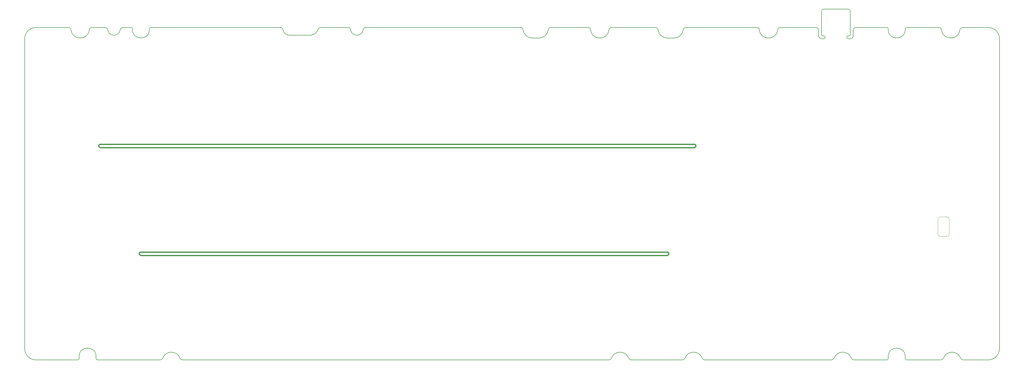
<source format=gbr>
%TF.GenerationSoftware,KiCad,Pcbnew,(6.0.6)*%
%TF.CreationDate,2022-09-06T18:10:04+07:00*%
%TF.ProjectId,solderCurved,736f6c64-6572-4437-9572-7665642e6b69,rev?*%
%TF.SameCoordinates,Original*%
%TF.FileFunction,Profile,NP*%
%FSLAX46Y46*%
G04 Gerber Fmt 4.6, Leading zero omitted, Abs format (unit mm)*
G04 Created by KiCad (PCBNEW (6.0.6)) date 2022-09-06 18:10:04*
%MOMM*%
%LPD*%
G01*
G04 APERTURE LIST*
%TA.AperFunction,Profile*%
%ADD10C,0.200000*%
%TD*%
%TA.AperFunction,Profile*%
%ADD11C,0.400000*%
%TD*%
%TA.AperFunction,Profile*%
%ADD12C,0.050000*%
%TD*%
G04 APERTURE END LIST*
D10*
X16125951Y-19404500D02*
X16125951Y-128799500D01*
X360125951Y-128799500D02*
X360125950Y-19315500D01*
X16125950Y-128799500D02*
G75*
G03*
X20125951Y-132799500I3999730J-270D01*
G01*
X307840988Y-132152325D02*
G75*
G03*
X301759011Y-132152326I-3040988J-1146675D01*
G01*
X229267262Y-132151132D02*
G75*
G03*
X230203373Y-132799500I936138J351632D01*
G01*
X222249737Y-132794595D02*
G75*
G03*
X223185290Y-132147408I-137J999995D01*
G01*
X346416007Y-132152318D02*
G75*
G03*
X347351677Y-132799501I935693J352818D01*
G01*
X347351677Y-132799499D02*
X356125950Y-132799500D01*
X356125950Y-132799551D02*
G75*
G03*
X360125951Y-128799500I250J3999751D01*
G01*
X300823321Y-132799520D02*
G75*
G03*
X301759010Y-132152326I-21J1000020D01*
G01*
X256166677Y-132799501D02*
X300823321Y-132799500D01*
X327350020Y-132799500D02*
X339398321Y-132799500D01*
X41825020Y-132799500D02*
X63896450Y-132799500D01*
X70913673Y-132152123D02*
G75*
G03*
X64832215Y-132152123I-3040729J-1145833D01*
G01*
X70913639Y-132152136D02*
G75*
G03*
X71849438Y-132799500I935761J352636D01*
G01*
X71849438Y-132799499D02*
X222249737Y-132794617D01*
X339398321Y-132799520D02*
G75*
G03*
X340334010Y-132152326I-21J1000020D01*
G01*
X346415988Y-132152325D02*
G75*
G03*
X340334011Y-132152326I-3040988J-1146675D01*
G01*
X229267306Y-132151115D02*
G75*
G03*
X223185289Y-132147409I-3041706J-1142585D01*
G01*
X307841007Y-132152318D02*
G75*
G03*
X308776677Y-132799501I935693J352818D01*
G01*
X63896450Y-132799546D02*
G75*
G03*
X64832215Y-132152123I-50J1000046D01*
G01*
X309498949Y-15315549D02*
G75*
G03*
X308498949Y-16315500I-49J-999951D01*
G01*
X308498949Y-18312510D02*
X308498949Y-16315500D01*
X326850020Y-131600019D02*
X326850020Y-132299500D01*
X54150020Y-16037520D02*
G75*
G03*
X60150020Y-16037520I3000000J0D01*
G01*
X60650020Y-15315519D02*
G75*
G03*
X60150019Y-15815499I-20J-499981D01*
G01*
X326850000Y-132299500D02*
G75*
G03*
X327350020Y-132799500I500000J0D01*
G01*
X35325020Y-131600019D02*
X35325020Y-132299501D01*
X41325000Y-132299500D02*
G75*
G03*
X41825020Y-132799500I500000J0D01*
G01*
X54150020Y-16037520D02*
X54150020Y-15815500D01*
X34825019Y-132799520D02*
G75*
G03*
X35325020Y-132299501I-19J500020D01*
G01*
X41325020Y-131600019D02*
X41325020Y-132299500D01*
X41325020Y-131600019D02*
G75*
G03*
X35325020Y-131600019I-3000000J0D01*
G01*
X320850020Y-131600019D02*
X320850020Y-132299500D01*
X320350020Y-132799520D02*
G75*
G03*
X320850020Y-132299500I-20J500020D01*
G01*
X326850020Y-131600019D02*
G75*
G03*
X320850020Y-131600019I-3000000J0D01*
G01*
X54150000Y-15815500D02*
G75*
G03*
X53650020Y-15315500I-500000J0D01*
G01*
X60150020Y-15815500D02*
X60150020Y-16037520D01*
X327349158Y-15315500D02*
X338679478Y-15315501D01*
X320350020Y-132799500D02*
X308776677Y-132799500D01*
X34825019Y-132799500D02*
X20125951Y-132799500D01*
X320850001Y-15815498D02*
G75*
G03*
X320349157Y-15315500I-500001J-2D01*
G01*
X327349158Y-15315520D02*
G75*
G03*
X326850019Y-15815499I842J-499980D01*
G01*
X320849980Y-16037519D02*
G75*
G03*
X326850020Y-16037520I3000020J19D01*
G01*
X326850019Y-15815499D02*
X326850020Y-16037520D01*
X320850020Y-16037519D02*
X320850019Y-15815498D01*
X360125999Y-19315500D02*
G75*
G03*
X356125950Y-15315501I-3999799J200D01*
G01*
X347067514Y-15316751D02*
G75*
G03*
X346127477Y-16197766I52986J-998549D01*
G01*
X339672540Y-16197927D02*
G75*
G03*
X346127479Y-16197765I3227460J382127D01*
G01*
X339672563Y-16197924D02*
G75*
G03*
X338679478Y-15315501I-993063J-117576D01*
G01*
X307498949Y-19312549D02*
G75*
G03*
X308498949Y-18312510I-49J1000049D01*
G01*
X245271448Y-19065801D02*
X242887200Y-19065802D01*
X45402908Y-16161744D02*
G75*
G03*
X44414776Y-15315501I-988108J-153756D01*
G01*
X197646148Y-19065848D02*
G75*
G03*
X200873606Y-16197924I-48J3250048D01*
G01*
X215848672Y-16197924D02*
G75*
G03*
X222303588Y-16197924I3227458J379081D01*
G01*
X130143600Y-15315501D02*
X120666189Y-15315500D01*
X309498949Y-15315500D02*
X320349157Y-15315500D01*
X60650020Y-15315500D02*
X106325844Y-15315500D01*
X282828210Y-15315510D02*
G75*
G03*
X281835146Y-16197924I-10J-999990D01*
G01*
X31498636Y-15315584D02*
X20214941Y-15316500D01*
X249491969Y-15315469D02*
G75*
G03*
X248498905Y-16197924I31J-1000031D01*
G01*
X192034442Y-16197924D02*
G75*
G03*
X195261900Y-19065801I3227458J382124D01*
G01*
X223296651Y-15315451D02*
G75*
G03*
X222303587Y-16197924I49J-1000049D01*
G01*
X296338950Y-18312510D02*
X296338950Y-16315500D01*
X347067511Y-15316697D02*
X356125950Y-15315501D01*
X197646148Y-19065801D02*
X195261900Y-19065802D01*
X45402883Y-16161748D02*
G75*
G03*
X49849378Y-16161746I2223247J345948D01*
G01*
X39939750Y-15315450D02*
G75*
G03*
X38946686Y-16197924I50J-1000050D01*
G01*
X275380231Y-16197924D02*
G75*
G03*
X281835147Y-16197924I3227458J382124D01*
G01*
X245271448Y-19065848D02*
G75*
G03*
X248498906Y-16197924I-48J3250048D01*
G01*
X215848663Y-16197925D02*
G75*
G03*
X214855609Y-15315501I-993063J-117575D01*
G01*
X192034464Y-16197921D02*
G75*
G03*
X191041378Y-15315500I-993064J-117579D01*
G01*
X116689946Y-18065569D02*
G75*
G03*
X119730524Y-15962614I-46J3249669D01*
G01*
X275380263Y-16197920D02*
G75*
G03*
X274387167Y-15315500I-993063J-117580D01*
G01*
X274387167Y-15315500D02*
X249491969Y-15315500D01*
X32491775Y-16197988D02*
G75*
G03*
X31498637Y-15315585I-993075J-117612D01*
G01*
X20214941Y-15316502D02*
G75*
G03*
X16125951Y-19404500I-88611J-4000358D01*
G01*
X131132063Y-16164038D02*
G75*
G03*
X130143601Y-15315500I-988463J-151462D01*
G01*
X107313953Y-16161748D02*
G75*
G03*
X109537200Y-18065802I2223247J345948D01*
G01*
X44414774Y-15315501D02*
X39939750Y-15315500D01*
X136558659Y-15315459D02*
G75*
G03*
X135570196Y-16164037I41J-1000041D01*
G01*
X107313910Y-16161755D02*
G75*
G03*
X106325846Y-15315500I-988110J-153745D01*
G01*
X32491780Y-16197988D02*
G75*
G03*
X38946688Y-16197923I3227450J382188D01*
G01*
X238666678Y-15315500D02*
X223296651Y-15315500D01*
X131132007Y-16164047D02*
G75*
G03*
X135570195Y-16164037I2219093J340047D01*
G01*
X120666189Y-15315490D02*
G75*
G03*
X119730523Y-15962614I11J-1000010D01*
G01*
X201866669Y-15315469D02*
G75*
G03*
X200873605Y-16197924I31J-1000031D01*
G01*
X116689946Y-18065501D02*
X109537198Y-18065802D01*
X282828210Y-15315500D02*
X295338950Y-15315500D01*
X136558659Y-15315500D02*
X191041378Y-15315500D01*
X239659742Y-16197924D02*
G75*
G03*
X242887200Y-19065801I3227458J382124D01*
G01*
X296339000Y-16315500D02*
G75*
G03*
X295338950Y-15315500I-1000000J0D01*
G01*
X239659764Y-16197921D02*
G75*
G03*
X238666678Y-15315500I-993064J-117579D01*
G01*
X214855609Y-15315501D02*
X201866669Y-15315500D01*
X50837485Y-15315485D02*
G75*
G03*
X49849376Y-16161746I15J-1000015D01*
G01*
X296338890Y-18312510D02*
G75*
G03*
X297338950Y-19312510I1000010J10D01*
G01*
X248213321Y-132799520D02*
G75*
G03*
X249149010Y-132152326I-21J1000020D01*
G01*
X255230988Y-132152325D02*
G75*
G03*
X249149011Y-132152326I-3040988J-1146675D01*
G01*
X255231007Y-132152318D02*
G75*
G03*
X256166677Y-132799501I935693J352818D01*
G01*
X248213321Y-132799500D02*
X230203373Y-132799500D01*
D11*
X42862500Y-56550000D02*
X252412500Y-56550000D01*
X252412500Y-57750000D02*
G75*
G03*
X252412500Y-56550000I0J600000D01*
G01*
X242887500Y-95850000D02*
G75*
G03*
X242887500Y-94650000I0J600000D01*
G01*
X57150000Y-95850000D02*
X242887500Y-95850000D01*
X57150000Y-94650000D02*
X242887500Y-94650000D01*
X57150000Y-94650000D02*
G75*
G03*
X57150000Y-95850000I0J-600000D01*
G01*
D12*
X342400000Y-83225000D02*
X342400000Y-88225000D01*
X338400000Y-88225000D02*
G75*
G03*
X339400000Y-89225000I1000000J0D01*
G01*
X339400000Y-82225000D02*
X341400000Y-82225000D01*
X338400000Y-83225000D02*
X338400000Y-88225000D01*
X339400000Y-89225000D02*
X341400000Y-89225000D01*
D10*
X297335731Y-9586501D02*
X297335732Y-17812510D01*
X307495731Y-17812510D02*
X307495731Y-9586500D01*
X307495799Y-9586500D02*
G75*
G03*
X306735642Y-8826501I-761399J-1400D01*
G01*
X297335690Y-17812510D02*
G75*
G03*
X297835732Y-18312510I500010J10D01*
G01*
X297835732Y-18312510D02*
X298116000Y-18312510D01*
X298116000Y-19312510D02*
X297335732Y-19312510D01*
X298116000Y-19312490D02*
G75*
G03*
X298116000Y-18312510I0J499990D01*
G01*
X307495731Y-19312510D02*
X306715991Y-19312510D01*
X306735731Y-8826501D02*
X298095731Y-8826500D01*
X306715991Y-18312490D02*
G75*
G03*
X306715991Y-19312510I9J-500010D01*
G01*
X298095731Y-8826531D02*
G75*
G03*
X297335731Y-9586590I1369J-761369D01*
G01*
X306715991Y-18312510D02*
X306995731Y-18312510D01*
X306995731Y-18312531D02*
G75*
G03*
X307495731Y-17812510I-31J500031D01*
G01*
D12*
X342400000Y-83225000D02*
G75*
G03*
X341400000Y-82225000I-1000000J0D01*
G01*
D11*
X42862500Y-56550000D02*
G75*
G03*
X42862500Y-57750000I0J-600000D01*
G01*
D12*
X339400000Y-82225000D02*
G75*
G03*
X338400000Y-83225000I0J-1000000D01*
G01*
D10*
X53650020Y-15315500D02*
X50837485Y-15315500D01*
D11*
X42862500Y-57750000D02*
X252412500Y-57750000D01*
D12*
X341400000Y-89225000D02*
G75*
G03*
X342400000Y-88225000I0J1000000D01*
G01*
M02*

</source>
